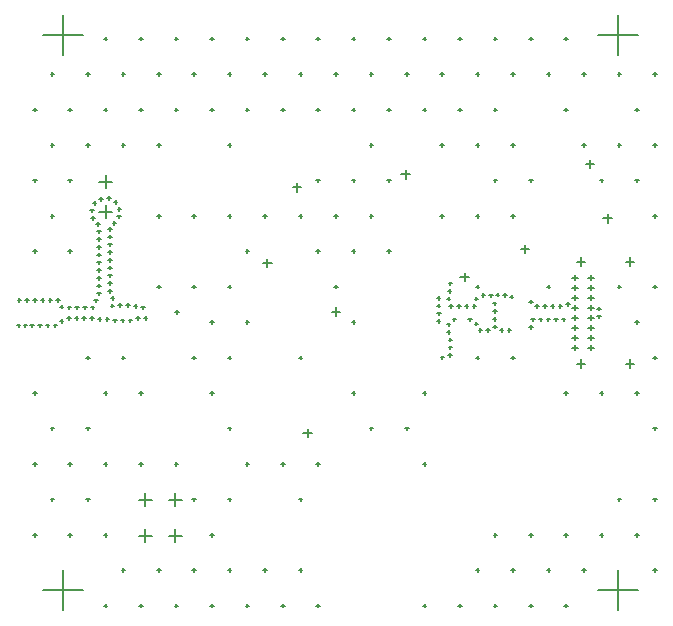
<source format=gbr>
G04*
G04 #@! TF.GenerationSoftware,Altium Limited,Altium Designer,24.9.1 (31)*
G04*
G04 Layer_Color=128*
%FSLAX25Y25*%
%MOIN*%
G70*
G04*
G04 #@! TF.SameCoordinates,AE1E5416-9686-4E21-8CD7-455353439681*
G04*
G04*
G04 #@! TF.FilePolarity,Positive*
G04*
G01*
G75*
%ADD15C,0.00500*%
D15*
X41000Y33956D02*
X45331D01*
X43165Y31790D02*
Y36121D01*
X51000Y33956D02*
X55331D01*
X53165Y31790D02*
Y36121D01*
X9055Y15748D02*
X22441D01*
X15748Y9055D02*
Y22441D01*
X194095Y15748D02*
X207480D01*
X200787Y9055D02*
Y22441D01*
X194095Y200787D02*
X207480D01*
X200787Y194095D02*
Y207480D01*
X9055Y200787D02*
X22441D01*
X15748Y194095D02*
Y207480D01*
X186909Y91260D02*
X189862D01*
X188386Y89784D02*
Y92736D01*
X186909Y125276D02*
X189862D01*
X188386Y123799D02*
Y126752D01*
X203248Y91260D02*
X206201D01*
X204724Y89784D02*
Y92736D01*
X203248Y125276D02*
X206201D01*
X204724Y123799D02*
Y126752D01*
X185531Y96555D02*
X187303D01*
X186417Y95669D02*
Y97441D01*
X185531Y99902D02*
X187303D01*
X186417Y99016D02*
Y100787D01*
X185531Y103248D02*
X187303D01*
X186417Y102362D02*
Y104134D01*
X185531Y106595D02*
X187303D01*
X186417Y105709D02*
Y107480D01*
X185531Y109941D02*
X187303D01*
X186417Y109055D02*
Y110827D01*
X185531Y113287D02*
X187303D01*
X186417Y112402D02*
Y114173D01*
X185531Y116634D02*
X187303D01*
X186417Y115748D02*
Y117520D01*
X185531Y119980D02*
X187303D01*
X186417Y119095D02*
Y120866D01*
X190847Y119980D02*
X192618D01*
X191732Y119095D02*
Y120866D01*
X190847Y116634D02*
X192618D01*
X191732Y115748D02*
Y117520D01*
X190847Y113287D02*
X192618D01*
X191732Y112402D02*
Y114173D01*
X190847Y109941D02*
X192618D01*
X191732Y109055D02*
Y110827D01*
X190847Y106595D02*
X192618D01*
X191732Y105709D02*
Y107480D01*
X190847Y103248D02*
X192618D01*
X191732Y102362D02*
Y104134D01*
X190847Y99902D02*
X192618D01*
X191732Y99016D02*
Y100787D01*
X190847Y96555D02*
X192618D01*
X191732Y95669D02*
Y97441D01*
X51000Y45957D02*
X55331D01*
X53165Y43791D02*
Y48122D01*
X41000Y45957D02*
X45331D01*
X43165Y43791D02*
Y48122D01*
X27756Y141850D02*
X32087D01*
X29921Y139685D02*
Y144016D01*
X27756Y151850D02*
X32087D01*
X29921Y149685D02*
Y154016D01*
X153346Y116929D02*
X154527D01*
X153937Y116339D02*
Y117520D01*
X212402Y187795D02*
X213583D01*
X212992Y187205D02*
Y188386D01*
X206496Y175984D02*
X207677D01*
X207086Y175394D02*
Y176575D01*
X212402Y164173D02*
X213583D01*
X212992Y163583D02*
Y164764D01*
X206496Y152362D02*
X207677D01*
X207086Y151772D02*
Y152953D01*
X212402Y140551D02*
X213583D01*
X212992Y139961D02*
Y141142D01*
X212402Y116929D02*
X213583D01*
X212992Y116339D02*
Y117520D01*
X206496Y105118D02*
X207677D01*
X207086Y104527D02*
Y105709D01*
X212402Y93307D02*
X213583D01*
X212992Y92716D02*
Y93898D01*
X206496Y81496D02*
X207677D01*
X207086Y80905D02*
Y82086D01*
X212402Y69685D02*
X213583D01*
X212992Y69094D02*
Y70275D01*
X212402Y46063D02*
X213583D01*
X212992Y45472D02*
Y46654D01*
X206496Y34252D02*
X207677D01*
X207086Y33661D02*
Y34843D01*
X212402Y22441D02*
X213583D01*
X212992Y21850D02*
Y23031D01*
X200590Y187795D02*
X201772D01*
X201181Y187205D02*
Y188386D01*
X200590Y164173D02*
X201772D01*
X201181Y163583D02*
Y164764D01*
X194685Y152362D02*
X195866D01*
X195275Y151772D02*
Y152953D01*
X200590Y116929D02*
X201772D01*
X201181Y116339D02*
Y117520D01*
X194685Y81496D02*
X195866D01*
X195275Y80905D02*
Y82086D01*
X200590Y46063D02*
X201772D01*
X201181Y45472D02*
Y46654D01*
X194685Y34252D02*
X195866D01*
X195275Y33661D02*
Y34843D01*
X182874Y199606D02*
X184055D01*
X183465Y199016D02*
Y200197D01*
X188779Y187795D02*
X189961D01*
X189370Y187205D02*
Y188386D01*
X182874Y175984D02*
X184055D01*
X183465Y175394D02*
Y176575D01*
X188779Y164173D02*
X189961D01*
X189370Y163583D02*
Y164764D01*
X182874Y81496D02*
X184055D01*
X183465Y80905D02*
Y82086D01*
X182874Y34252D02*
X184055D01*
X183465Y33661D02*
Y34843D01*
X188779Y22441D02*
X189961D01*
X189370Y21850D02*
Y23031D01*
X182874Y10630D02*
X184055D01*
X183465Y10039D02*
Y11220D01*
X171063Y199606D02*
X172244D01*
X171653Y199016D02*
Y200197D01*
X176968Y187795D02*
X178149D01*
X177559Y187205D02*
Y188386D01*
X171063Y152362D02*
X172244D01*
X171653Y151772D02*
Y152953D01*
X176968Y116929D02*
X178149D01*
X177559Y116339D02*
Y117520D01*
X171063Y34252D02*
X172244D01*
X171653Y33661D02*
Y34843D01*
X176968Y22441D02*
X178149D01*
X177559Y21850D02*
Y23031D01*
X171063Y10630D02*
X172244D01*
X171653Y10039D02*
Y11220D01*
X159252Y199606D02*
X160433D01*
X159842Y199016D02*
Y200197D01*
X165157Y187795D02*
X166339D01*
X165748Y187205D02*
Y188386D01*
X159252Y175984D02*
X160433D01*
X159842Y175394D02*
Y176575D01*
X165157Y164173D02*
X166339D01*
X165748Y163583D02*
Y164764D01*
X159252Y152362D02*
X160433D01*
X159842Y151772D02*
Y152953D01*
X165157Y140551D02*
X166339D01*
X165748Y139961D02*
Y141142D01*
X165157Y93307D02*
X166339D01*
X165748Y92716D02*
Y93898D01*
X159252Y34252D02*
X160433D01*
X159842Y33661D02*
Y34843D01*
X165157Y22441D02*
X166339D01*
X165748Y21850D02*
Y23031D01*
X159252Y10630D02*
X160433D01*
X159842Y10039D02*
Y11220D01*
X147441Y199606D02*
X148622D01*
X148031Y199016D02*
Y200197D01*
X153346Y187795D02*
X154527D01*
X153937Y187205D02*
Y188386D01*
X147441Y175984D02*
X148622D01*
X148031Y175394D02*
Y176575D01*
X153346Y164173D02*
X154527D01*
X153937Y163583D02*
Y164764D01*
X153346Y140551D02*
X154527D01*
X153937Y139961D02*
Y141142D01*
X153346Y93307D02*
X154527D01*
X153937Y92716D02*
Y93898D01*
X153346Y22441D02*
X154527D01*
X153937Y21850D02*
Y23031D01*
X147441Y10630D02*
X148622D01*
X148031Y10039D02*
Y11220D01*
X135630Y199606D02*
X136811D01*
X136220Y199016D02*
Y200197D01*
X141535Y187795D02*
X142717D01*
X142126Y187205D02*
Y188386D01*
X135630Y175984D02*
X136811D01*
X136220Y175394D02*
Y176575D01*
X141535Y164173D02*
X142717D01*
X142126Y163583D02*
Y164764D01*
X141535Y140551D02*
X142717D01*
X142126Y139961D02*
Y141142D01*
X135630Y81496D02*
X136811D01*
X136220Y80905D02*
Y82086D01*
X135630Y57874D02*
X136811D01*
X136220Y57283D02*
Y58464D01*
X135630Y10630D02*
X136811D01*
X136220Y10039D02*
Y11220D01*
X123819Y199606D02*
X125000D01*
X124409Y199016D02*
Y200197D01*
X129724Y187795D02*
X130905D01*
X130315Y187205D02*
Y188386D01*
X123819Y175984D02*
X125000D01*
X124409Y175394D02*
Y176575D01*
X123819Y152362D02*
X125000D01*
X124409Y151772D02*
Y152953D01*
X123819Y128740D02*
X125000D01*
X124409Y128149D02*
Y129331D01*
X129724Y69685D02*
X130905D01*
X130315Y69094D02*
Y70275D01*
X112008Y199606D02*
X113189D01*
X112598Y199016D02*
Y200197D01*
X117913Y187795D02*
X119094D01*
X118504Y187205D02*
Y188386D01*
X112008Y175984D02*
X113189D01*
X112598Y175394D02*
Y176575D01*
X117913Y164173D02*
X119094D01*
X118504Y163583D02*
Y164764D01*
X112008Y152362D02*
X113189D01*
X112598Y151772D02*
Y152953D01*
X117913Y140551D02*
X119094D01*
X118504Y139961D02*
Y141142D01*
X112008Y128740D02*
X113189D01*
X112598Y128149D02*
Y129331D01*
X112008Y105118D02*
X113189D01*
X112598Y104527D02*
Y105709D01*
X112008Y81496D02*
X113189D01*
X112598Y80905D02*
Y82086D01*
X117913Y69685D02*
X119094D01*
X118504Y69094D02*
Y70275D01*
X100197Y199606D02*
X101378D01*
X100787Y199016D02*
Y200197D01*
X106102Y187795D02*
X107283D01*
X106693Y187205D02*
Y188386D01*
X100197Y175984D02*
X101378D01*
X100787Y175394D02*
Y176575D01*
X100197Y152362D02*
X101378D01*
X100787Y151772D02*
Y152953D01*
X106102Y140551D02*
X107283D01*
X106693Y139961D02*
Y141142D01*
X100197Y128740D02*
X101378D01*
X100787Y128149D02*
Y129331D01*
X106102Y116929D02*
X107283D01*
X106693Y116339D02*
Y117520D01*
X100197Y57874D02*
X101378D01*
X100787Y57283D02*
Y58464D01*
X100197Y10630D02*
X101378D01*
X100787Y10039D02*
Y11220D01*
X88386Y199606D02*
X89567D01*
X88976Y199016D02*
Y200197D01*
X94291Y187795D02*
X95472D01*
X94882Y187205D02*
Y188386D01*
X88386Y175984D02*
X89567D01*
X88976Y175394D02*
Y176575D01*
X94291Y140551D02*
X95472D01*
X94882Y139961D02*
Y141142D01*
X94291Y93307D02*
X95472D01*
X94882Y92716D02*
Y93898D01*
X88386Y57874D02*
X89567D01*
X88976Y57283D02*
Y58464D01*
X94291Y46063D02*
X95472D01*
X94882Y45472D02*
Y46654D01*
X94291Y22441D02*
X95472D01*
X94882Y21850D02*
Y23031D01*
X88386Y10630D02*
X89567D01*
X88976Y10039D02*
Y11220D01*
X76575Y199606D02*
X77756D01*
X77165Y199016D02*
Y200197D01*
X82480Y187795D02*
X83661D01*
X83071Y187205D02*
Y188386D01*
X76575Y175984D02*
X77756D01*
X77165Y175394D02*
Y176575D01*
X82480Y140551D02*
X83661D01*
X83071Y139961D02*
Y141142D01*
X76575Y128740D02*
X77756D01*
X77165Y128149D02*
Y129331D01*
X76575Y105118D02*
X77756D01*
X77165Y104527D02*
Y105709D01*
X76575Y57874D02*
X77756D01*
X77165Y57283D02*
Y58464D01*
X82480Y22441D02*
X83661D01*
X83071Y21850D02*
Y23031D01*
X76575Y10630D02*
X77756D01*
X77165Y10039D02*
Y11220D01*
X64764Y199606D02*
X65945D01*
X65354Y199016D02*
Y200197D01*
X70669Y187795D02*
X71850D01*
X71260Y187205D02*
Y188386D01*
X64764Y175984D02*
X65945D01*
X65354Y175394D02*
Y176575D01*
X70669Y164173D02*
X71850D01*
X71260Y163583D02*
Y164764D01*
X70669Y140551D02*
X71850D01*
X71260Y139961D02*
Y141142D01*
X70669Y116929D02*
X71850D01*
X71260Y116339D02*
Y117520D01*
X64764Y105118D02*
X65945D01*
X65354Y104527D02*
Y105709D01*
X70669Y93307D02*
X71850D01*
X71260Y92716D02*
Y93898D01*
X64764Y81496D02*
X65945D01*
X65354Y80905D02*
Y82086D01*
X70669Y69685D02*
X71850D01*
X71260Y69094D02*
Y70275D01*
X70669Y46063D02*
X71850D01*
X71260Y45472D02*
Y46654D01*
X64764Y34252D02*
X65945D01*
X65354Y33661D02*
Y34843D01*
X70669Y22441D02*
X71850D01*
X71260Y21850D02*
Y23031D01*
X64764Y10630D02*
X65945D01*
X65354Y10039D02*
Y11220D01*
X52953Y199606D02*
X54134D01*
X53543Y199016D02*
Y200197D01*
X58858Y187795D02*
X60039D01*
X59449Y187205D02*
Y188386D01*
X52953Y175984D02*
X54134D01*
X53543Y175394D02*
Y176575D01*
X58858Y140551D02*
X60039D01*
X59449Y139961D02*
Y141142D01*
X58858Y116929D02*
X60039D01*
X59449Y116339D02*
Y117520D01*
X58858Y93307D02*
X60039D01*
X59449Y92716D02*
Y93898D01*
X52953Y57874D02*
X54134D01*
X53543Y57283D02*
Y58464D01*
X58858Y46063D02*
X60039D01*
X59449Y45472D02*
Y46654D01*
X58858Y22441D02*
X60039D01*
X59449Y21850D02*
Y23031D01*
X52953Y10630D02*
X54134D01*
X53543Y10039D02*
Y11220D01*
X41142Y199606D02*
X42323D01*
X41732Y199016D02*
Y200197D01*
X47047Y187795D02*
X48228D01*
X47638Y187205D02*
Y188386D01*
X41142Y175984D02*
X42323D01*
X41732Y175394D02*
Y176575D01*
X47047Y164173D02*
X48228D01*
X47638Y163583D02*
Y164764D01*
X47047Y140551D02*
X48228D01*
X47638Y139961D02*
Y141142D01*
X47047Y116929D02*
X48228D01*
X47638Y116339D02*
Y117520D01*
X41142Y81496D02*
X42323D01*
X41732Y80905D02*
Y82086D01*
X41142Y57874D02*
X42323D01*
X41732Y57283D02*
Y58464D01*
X47047Y22441D02*
X48228D01*
X47638Y21850D02*
Y23031D01*
X41142Y10630D02*
X42323D01*
X41732Y10039D02*
Y11220D01*
X29331Y199606D02*
X30512D01*
X29921Y199016D02*
Y200197D01*
X35236Y187795D02*
X36417D01*
X35827Y187205D02*
Y188386D01*
X29331Y175984D02*
X30512D01*
X29921Y175394D02*
Y176575D01*
X35236Y164173D02*
X36417D01*
X35827Y163583D02*
Y164764D01*
X35236Y93307D02*
X36417D01*
X35827Y92716D02*
Y93898D01*
X29331Y81496D02*
X30512D01*
X29921Y80905D02*
Y82086D01*
X29331Y57874D02*
X30512D01*
X29921Y57283D02*
Y58464D01*
X29331Y34252D02*
X30512D01*
X29921Y33661D02*
Y34843D01*
X35236Y22441D02*
X36417D01*
X35827Y21850D02*
Y23031D01*
X29331Y10630D02*
X30512D01*
X29921Y10039D02*
Y11220D01*
X23425Y187795D02*
X24606D01*
X24016Y187205D02*
Y188386D01*
X17520Y175984D02*
X18701D01*
X18110Y175394D02*
Y176575D01*
X23425Y164173D02*
X24606D01*
X24016Y163583D02*
Y164764D01*
X17520Y152362D02*
X18701D01*
X18110Y151772D02*
Y152953D01*
X17520Y128740D02*
X18701D01*
X18110Y128149D02*
Y129331D01*
X23425Y93307D02*
X24606D01*
X24016Y92716D02*
Y93898D01*
X23425Y69685D02*
X24606D01*
X24016Y69094D02*
Y70275D01*
X17520Y57874D02*
X18701D01*
X18110Y57283D02*
Y58464D01*
X23425Y46063D02*
X24606D01*
X24016Y45472D02*
Y46654D01*
X17520Y34252D02*
X18701D01*
X18110Y33661D02*
Y34843D01*
X11614Y187795D02*
X12795D01*
X12205Y187205D02*
Y188386D01*
X5709Y175984D02*
X6890D01*
X6299Y175394D02*
Y176575D01*
X11614Y164173D02*
X12795D01*
X12205Y163583D02*
Y164764D01*
X5709Y152362D02*
X6890D01*
X6299Y151772D02*
Y152953D01*
X11614Y140551D02*
X12795D01*
X12205Y139961D02*
Y141142D01*
X5709Y128740D02*
X6890D01*
X6299Y128149D02*
Y129331D01*
X5709Y81496D02*
X6890D01*
X6299Y80905D02*
Y82086D01*
X11614Y69685D02*
X12795D01*
X12205Y69094D02*
Y70275D01*
X5709Y57874D02*
X6890D01*
X6299Y57283D02*
Y58464D01*
X11614Y46063D02*
X12795D01*
X12205Y45472D02*
Y46654D01*
X5709Y34252D02*
X6890D01*
X6299Y33661D02*
Y34843D01*
X140361Y113175D02*
X141542D01*
X140952Y112585D02*
Y113766D01*
X140361Y110600D02*
X141542D01*
X140952Y110010D02*
Y111191D01*
X140528Y108031D02*
X141709D01*
X141119Y107440D02*
Y108622D01*
X140361Y105462D02*
X141542D01*
X140952Y104871D02*
Y106052D01*
X141612Y93372D02*
X142794D01*
X142203Y92782D02*
Y93963D01*
X144076Y94122D02*
X145257D01*
X144666Y93532D02*
Y94713D01*
X144216Y96693D02*
X145397D01*
X144807Y96102D02*
Y97284D01*
X144216Y99268D02*
X145397D01*
X144807Y98677D02*
Y99858D01*
X143674Y101785D02*
X144855D01*
X144265Y101194D02*
Y102375D01*
X143674Y104360D02*
X144855D01*
X144265Y103769D02*
Y104950D01*
X145623Y106043D02*
X146804D01*
X146213Y105453D02*
Y106634D01*
X150772Y106043D02*
X151953D01*
X151363Y105453D02*
Y106634D01*
X152920Y104623D02*
X154101D01*
X153510Y104032D02*
Y105213D01*
X154265Y102427D02*
X155446D01*
X154856Y101837D02*
Y103018D01*
X156840Y102427D02*
X158021D01*
X157431Y101837D02*
Y103018D01*
X157836Y114057D02*
X159017D01*
X158427Y113466D02*
Y114647D01*
X155262Y114108D02*
X156443D01*
X155852Y113517D02*
Y114698D01*
X152954Y112967D02*
X154135D01*
X153544Y112376D02*
Y113557D01*
X152242Y110492D02*
X153424D01*
X152833Y109902D02*
Y111083D01*
X149668Y110492D02*
X150849D01*
X150258Y109902D02*
Y111083D01*
X147093Y110492D02*
X148274D01*
X147683Y109902D02*
Y111083D01*
X144518Y110492D02*
X145699D01*
X145108Y109902D02*
Y111083D01*
X143674Y112925D02*
X144855D01*
X144265Y112334D02*
Y113515D01*
X144008Y115478D02*
X145189D01*
X144599Y114887D02*
Y116068D01*
X144216Y118044D02*
X145397D01*
X144807Y117454D02*
Y118635D01*
X164686Y113609D02*
X165867D01*
X165276Y113019D02*
Y114200D01*
X162509Y114200D02*
X163691D01*
X163100Y113609D02*
Y114791D01*
X160009Y114300D02*
X161191D01*
X160600Y113709D02*
Y114891D01*
X159022Y111342D02*
X160203D01*
X159613Y110751D02*
Y111932D01*
X159118Y108768D02*
X160299D01*
X159709Y108178D02*
Y109359D01*
X159022Y106195D02*
X160203D01*
X159613Y105605D02*
Y106786D01*
X159046Y103621D02*
X160227D01*
X159636Y103030D02*
Y104211D01*
X161327Y102427D02*
X162508D01*
X161918Y101837D02*
Y103018D01*
X163902Y102471D02*
X165083D01*
X164492Y101881D02*
Y103062D01*
X171096Y103549D02*
X172277D01*
X171687Y102958D02*
Y104139D01*
X171733Y106043D02*
X172914D01*
X172324Y105453D02*
Y106634D01*
X174308Y106043D02*
X175489D01*
X174899Y105453D02*
Y106634D01*
X176883Y106043D02*
X178064D01*
X177473Y105453D02*
Y106634D01*
X179458Y106036D02*
X180639D01*
X180048Y105446D02*
Y106627D01*
X182032Y106036D02*
X183213D01*
X182623Y105446D02*
Y106627D01*
X193793Y107056D02*
X194974D01*
X194384Y106465D02*
Y107647D01*
X193823Y109631D02*
X195004D01*
X194414Y109040D02*
Y110221D01*
X183420Y111167D02*
X184601D01*
X184011Y110576D02*
Y111757D01*
X180938Y110485D02*
X182119D01*
X181528Y109894D02*
Y111075D01*
X178363Y110492D02*
X179544D01*
X178953Y109902D02*
Y111083D01*
X175788Y110492D02*
X176969D01*
X176379Y109902D02*
Y111083D01*
X173213Y110492D02*
X174394D01*
X173804Y109902D02*
Y111083D01*
X171096Y111958D02*
X172277D01*
X171687Y111367D02*
Y112548D01*
X310Y104000D02*
X1491D01*
X900Y103409D02*
Y104591D01*
X27768Y146246D02*
X28949D01*
X28359Y145656D02*
Y146837D01*
X25678Y144743D02*
X26859D01*
X26268Y144152D02*
Y145334D01*
X24699Y142361D02*
X25880D01*
X25289Y141771D02*
Y142952D01*
X25128Y139823D02*
X26309D01*
X25718Y139232D02*
Y140413D01*
X26833Y137894D02*
X28015D01*
X27424Y137303D02*
Y138485D01*
X27138Y135337D02*
X28319D01*
X27729Y134747D02*
Y135928D01*
X27138Y132763D02*
X28319D01*
X27729Y132172D02*
Y133353D01*
X27138Y130188D02*
X28319D01*
X27729Y129597D02*
Y130778D01*
X27138Y127613D02*
X28319D01*
X27729Y127022D02*
Y128203D01*
X27138Y125038D02*
X28319D01*
X27729Y124448D02*
Y125629D01*
X27138Y122463D02*
X28319D01*
X27729Y121873D02*
Y123054D01*
X27138Y119888D02*
X28319D01*
X27729Y119298D02*
Y120479D01*
X27138Y117314D02*
X28319D01*
X27729Y116723D02*
Y117904D01*
X27138Y114739D02*
X28319D01*
X27729Y114148D02*
Y115329D01*
X26187Y112346D02*
X27369D01*
X26778Y111756D02*
Y112937D01*
X24990Y110066D02*
X26171D01*
X25581Y109476D02*
Y110657D01*
X22416Y110066D02*
X23597D01*
X23006Y109476D02*
Y110657D01*
X19841Y110066D02*
X21022D01*
X20431Y109476D02*
Y110657D01*
X17266Y110066D02*
X18447D01*
X17857Y109476D02*
Y110657D01*
X14698Y110259D02*
X15879D01*
X15289Y109669D02*
Y110850D01*
X13462Y112518D02*
X14643D01*
X14053Y111927D02*
Y113108D01*
X10887Y112533D02*
X12069D01*
X11478Y111943D02*
Y113124D01*
X8313Y112533D02*
X9494D01*
X8903Y111943D02*
Y113124D01*
X5738Y112533D02*
X6919D01*
X6328Y111943D02*
Y113124D01*
X3163Y112533D02*
X4344D01*
X3754Y111943D02*
Y113124D01*
X588Y112533D02*
X1769D01*
X1179Y111943D02*
Y113124D01*
X2609Y104000D02*
X3791D01*
X3200Y103409D02*
Y104591D01*
X4824Y104002D02*
X6005D01*
X5415Y103412D02*
Y104593D01*
X7399Y104002D02*
X8580D01*
X7989Y103412D02*
Y104593D01*
X9974Y104002D02*
X11155D01*
X10564Y103412D02*
Y104593D01*
X12549Y104002D02*
X13730D01*
X13139Y103412D02*
Y104593D01*
X14698Y105419D02*
X15879D01*
X15289Y104829D02*
Y106010D01*
X17050Y106469D02*
X18231D01*
X17640Y105878D02*
Y107060D01*
X19624Y106469D02*
X20805D01*
X20215Y105878D02*
Y107060D01*
X22199Y106469D02*
X23380D01*
X22790Y105878D02*
Y107060D01*
X24774Y106469D02*
X25955D01*
X25365Y105878D02*
Y107060D01*
X27328Y106143D02*
X28509D01*
X27919Y105552D02*
Y106733D01*
X29903Y106109D02*
X31084D01*
X30493Y105518D02*
Y106699D01*
X32450Y105735D02*
X33631D01*
X33041Y105144D02*
Y106325D01*
X35025Y105735D02*
X36206D01*
X35615Y105144D02*
Y106325D01*
X37600Y105735D02*
X38781D01*
X38190Y105144D02*
Y106325D01*
X40067Y106469D02*
X41249D01*
X40658Y105878D02*
Y107060D01*
X42642Y106469D02*
X43823D01*
X43233Y105878D02*
Y107060D01*
X53084Y108578D02*
X54265D01*
X53675Y107987D02*
Y109169D01*
X41833Y110066D02*
X43014D01*
X42423Y109476D02*
Y110657D01*
X39296Y110507D02*
X40477D01*
X39887Y109917D02*
Y111098D01*
X36738Y110801D02*
X37919D01*
X37328Y110210D02*
Y111391D01*
X34163Y110801D02*
X35344D01*
X34754Y110210D02*
Y111391D01*
X31597Y110592D02*
X32778D01*
X32187Y110001D02*
Y111182D01*
X31664Y113166D02*
X32845D01*
X32254Y112575D02*
Y113756D01*
X30736Y115568D02*
X31917D01*
X31326Y114977D02*
Y116158D01*
X30736Y118142D02*
X31917D01*
X31326Y117552D02*
Y118733D01*
X30736Y120717D02*
X31917D01*
X31326Y120127D02*
Y121308D01*
X30736Y123292D02*
X31917D01*
X31326Y122701D02*
Y123882D01*
X30736Y125867D02*
X31917D01*
X31326Y125276D02*
Y126457D01*
X30736Y128442D02*
X31917D01*
X31326Y127851D02*
Y129032D01*
X30736Y131016D02*
X31917D01*
X31326Y130426D02*
Y131607D01*
X30736Y133591D02*
X31917D01*
X31326Y133001D02*
Y134182D01*
X30736Y136166D02*
X31917D01*
X31326Y135575D02*
Y136757D01*
X32270Y138233D02*
X33452D01*
X32861Y137643D02*
Y138824D01*
X33749Y140342D02*
X34930D01*
X34339Y139751D02*
Y140932D01*
X33887Y142913D02*
X35068D01*
X34477Y142322D02*
Y143503D01*
X32623Y145156D02*
X33805D01*
X33214Y144566D02*
Y145747D01*
X30376Y146412D02*
X31557D01*
X30966Y145822D02*
Y147003D01*
X148206Y120079D02*
X151006D01*
X149606Y118679D02*
Y121479D01*
X105293Y108661D02*
X108093D01*
X106693Y107261D02*
Y110061D01*
X168352Y129484D02*
X171152D01*
X169752Y128084D02*
Y130884D01*
X95844Y68110D02*
X98644D01*
X97244Y66710D02*
Y69510D01*
X128521Y154331D02*
X131321D01*
X129921Y152931D02*
Y155731D01*
X82458Y124902D02*
X85258D01*
X83858Y123502D02*
Y126302D01*
X92301Y150000D02*
X95101D01*
X93701Y148600D02*
Y151400D01*
X195844Y139705D02*
X198644D01*
X197244Y138305D02*
Y141105D01*
X189939Y157874D02*
X192739D01*
X191339Y156474D02*
Y159274D01*
M02*

</source>
